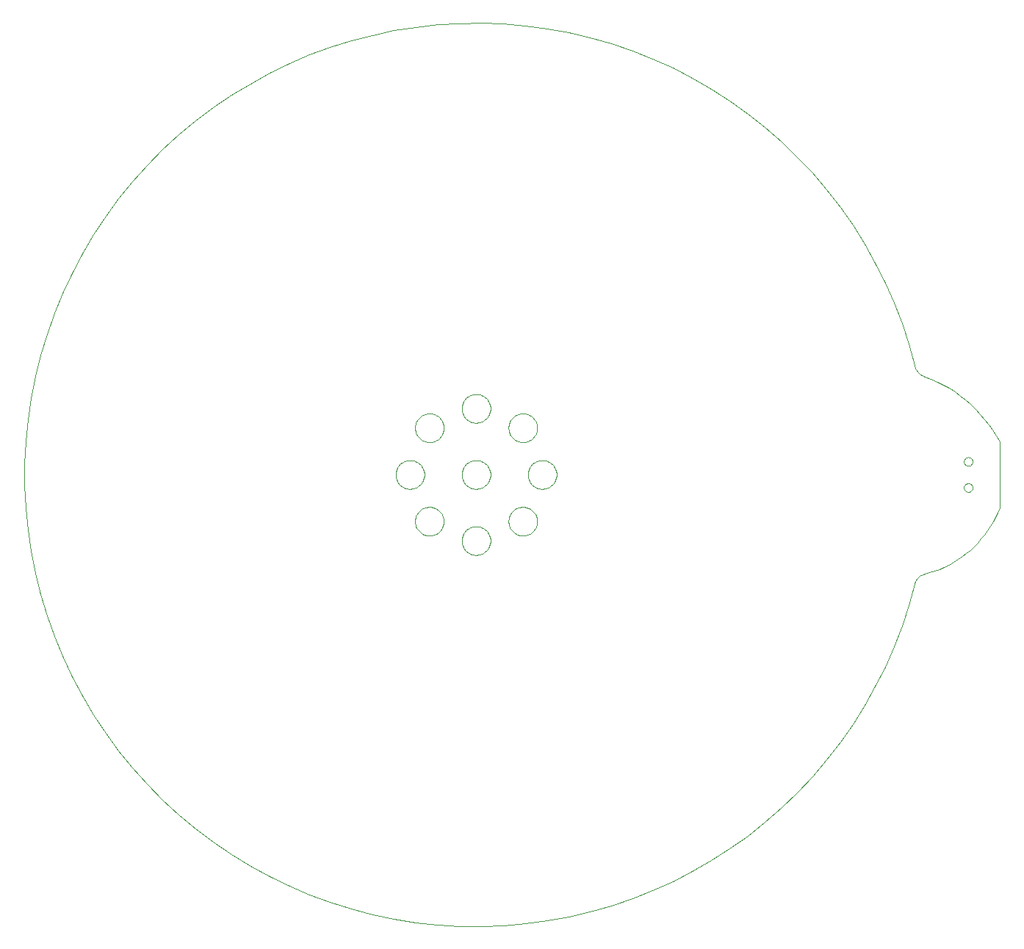
<source format=gbo>
G75*
G70*
%OFA0B0*%
%FSLAX24Y24*%
%IPPOS*%
%LPD*%
%AMOC8*
5,1,8,0,0,1.08239X$1,22.5*
%
%ADD10C,0.0010*%
%ADD11C,0.0000*%
D10*
X040496Y015646D02*
X040231Y014683D01*
X039920Y013735D01*
X039562Y012803D01*
X039160Y011890D01*
X038714Y010997D01*
X038225Y010127D01*
X037694Y009282D01*
X037122Y008463D01*
X036512Y007674D01*
X035864Y006915D01*
X035179Y006188D01*
X034460Y005496D01*
X033708Y004839D01*
X032925Y004220D01*
X032113Y003640D01*
X031274Y003100D01*
X030409Y002601D01*
X029521Y002146D01*
X028612Y001733D01*
X027684Y001366D01*
X026739Y001044D01*
X025780Y000769D01*
X024808Y000541D01*
X023827Y000360D01*
X022838Y000227D01*
X021843Y000142D01*
X020846Y000106D01*
X019847Y000119D01*
X018851Y000180D01*
X017859Y000290D01*
X016874Y000447D01*
X015897Y000653D01*
X014931Y000906D01*
X013979Y001205D01*
X013043Y001551D01*
X012124Y001941D01*
X011226Y002376D01*
X010350Y002854D01*
X009498Y003375D01*
X008672Y003936D01*
X007875Y004536D01*
X007108Y005175D01*
X006373Y005850D01*
X005672Y006560D01*
X005006Y007304D01*
X004377Y008079D01*
X003787Y008884D01*
X003236Y009716D01*
X002727Y010574D01*
X002260Y011457D01*
X001836Y012360D01*
X001457Y013284D01*
X001123Y014224D01*
X000836Y015180D01*
X000595Y016149D01*
X000402Y017128D01*
X000257Y018116D01*
X000160Y019109D01*
X000111Y020106D01*
X000111Y021104D01*
X000160Y022101D01*
X000257Y023094D01*
X000402Y024082D01*
X000595Y025061D01*
X000836Y026030D01*
X001123Y026986D01*
X001457Y027926D01*
X001836Y028850D01*
X002260Y029753D01*
X002727Y030636D01*
X003236Y031494D01*
X003787Y032326D01*
X004377Y033131D01*
X005006Y033906D01*
X005672Y034650D01*
X006373Y035360D01*
X007108Y036035D01*
X007875Y036674D01*
X008672Y037274D01*
X009498Y037835D01*
X010350Y038356D01*
X011226Y038834D01*
X012124Y039269D01*
X013043Y039659D01*
X013979Y040005D01*
X014931Y040304D01*
X015897Y040557D01*
X016874Y040763D01*
X017859Y040920D01*
X018851Y041030D01*
X019847Y041091D01*
X020846Y041104D01*
X021843Y041068D01*
X022838Y040983D01*
X023827Y040850D01*
X024808Y040669D01*
X025780Y040441D01*
X026739Y040166D01*
X027684Y039844D01*
X028612Y039477D01*
X029521Y039064D01*
X030409Y038609D01*
X031274Y038110D01*
X032113Y037570D01*
X032925Y036990D01*
X033708Y036371D01*
X034460Y035714D01*
X035179Y035022D01*
X035864Y034295D01*
X036512Y033536D01*
X037122Y032747D01*
X037694Y031928D01*
X038225Y031083D01*
X038714Y030213D01*
X039160Y029320D01*
X039562Y028407D01*
X039920Y027475D01*
X040231Y026527D01*
X040496Y025564D01*
X040510Y025515D01*
X040527Y025467D01*
X040548Y025421D01*
X040572Y025376D01*
X040599Y025333D01*
X040629Y025291D01*
X040662Y025252D01*
X040697Y025216D01*
X040735Y025182D01*
X040775Y025150D01*
X040817Y025122D01*
X040862Y025096D01*
X040907Y025074D01*
X040955Y025055D01*
X044355Y022105D02*
X044355Y019105D01*
X040955Y016105D02*
X040908Y016091D01*
X040862Y016074D01*
X040818Y016054D01*
X040776Y016030D01*
X040736Y016002D01*
X040697Y015972D01*
X040662Y015939D01*
X040629Y015903D01*
X040598Y015865D01*
X040571Y015825D01*
X040547Y015782D01*
X040527Y015738D01*
X040509Y015692D01*
X040496Y015646D01*
X044355Y022105D02*
X044204Y022372D01*
X044040Y022632D01*
X043864Y022883D01*
X043676Y023125D01*
X043476Y023358D01*
X043265Y023581D01*
X043043Y023793D01*
X042811Y023994D01*
X042570Y024183D01*
X042319Y024361D01*
X042061Y024526D01*
X041794Y024678D01*
X041521Y024818D01*
X041241Y024943D01*
X040955Y025055D01*
X044355Y019105D02*
X044265Y018887D01*
X044164Y018674D01*
X044053Y018467D01*
X043932Y018264D01*
X043802Y018068D01*
X043663Y017878D01*
X043515Y017695D01*
X043358Y017519D01*
X043193Y017351D01*
X043020Y017191D01*
X042840Y017039D01*
X042652Y016896D01*
X042459Y016763D01*
X042258Y016638D01*
X042053Y016524D01*
X041842Y016419D01*
X041626Y016325D01*
X041406Y016241D01*
X041182Y016167D01*
X040955Y016105D01*
D11*
X017834Y018484D02*
X017836Y018534D01*
X017842Y018584D01*
X017852Y018634D01*
X017865Y018682D01*
X017882Y018730D01*
X017903Y018776D01*
X017927Y018820D01*
X017955Y018862D01*
X017986Y018902D01*
X018020Y018939D01*
X018057Y018974D01*
X018096Y019005D01*
X018137Y019034D01*
X018181Y019059D01*
X018227Y019081D01*
X018274Y019099D01*
X018322Y019113D01*
X018371Y019124D01*
X018421Y019131D01*
X018471Y019134D01*
X018522Y019133D01*
X018572Y019128D01*
X018622Y019119D01*
X018670Y019107D01*
X018718Y019090D01*
X018764Y019070D01*
X018809Y019047D01*
X018852Y019020D01*
X018892Y018990D01*
X018930Y018957D01*
X018965Y018921D01*
X018998Y018882D01*
X019027Y018841D01*
X019053Y018798D01*
X019076Y018753D01*
X019095Y018706D01*
X019110Y018658D01*
X019122Y018609D01*
X019130Y018559D01*
X019134Y018509D01*
X019134Y018459D01*
X019130Y018409D01*
X019122Y018359D01*
X019110Y018310D01*
X019095Y018262D01*
X019076Y018215D01*
X019053Y018170D01*
X019027Y018127D01*
X018998Y018086D01*
X018965Y018047D01*
X018930Y018011D01*
X018892Y017978D01*
X018852Y017948D01*
X018809Y017921D01*
X018764Y017898D01*
X018718Y017878D01*
X018670Y017861D01*
X018622Y017849D01*
X018572Y017840D01*
X018522Y017835D01*
X018471Y017834D01*
X018421Y017837D01*
X018371Y017844D01*
X018322Y017855D01*
X018274Y017869D01*
X018227Y017887D01*
X018181Y017909D01*
X018137Y017934D01*
X018096Y017963D01*
X018057Y017994D01*
X018020Y018029D01*
X017986Y018066D01*
X017955Y018106D01*
X017927Y018148D01*
X017903Y018192D01*
X017882Y018238D01*
X017865Y018286D01*
X017852Y018334D01*
X017842Y018384D01*
X017836Y018434D01*
X017834Y018484D01*
X016955Y020605D02*
X016957Y020655D01*
X016963Y020705D01*
X016973Y020755D01*
X016986Y020803D01*
X017003Y020851D01*
X017024Y020897D01*
X017048Y020941D01*
X017076Y020983D01*
X017107Y021023D01*
X017141Y021060D01*
X017178Y021095D01*
X017217Y021126D01*
X017258Y021155D01*
X017302Y021180D01*
X017348Y021202D01*
X017395Y021220D01*
X017443Y021234D01*
X017492Y021245D01*
X017542Y021252D01*
X017592Y021255D01*
X017643Y021254D01*
X017693Y021249D01*
X017743Y021240D01*
X017791Y021228D01*
X017839Y021211D01*
X017885Y021191D01*
X017930Y021168D01*
X017973Y021141D01*
X018013Y021111D01*
X018051Y021078D01*
X018086Y021042D01*
X018119Y021003D01*
X018148Y020962D01*
X018174Y020919D01*
X018197Y020874D01*
X018216Y020827D01*
X018231Y020779D01*
X018243Y020730D01*
X018251Y020680D01*
X018255Y020630D01*
X018255Y020580D01*
X018251Y020530D01*
X018243Y020480D01*
X018231Y020431D01*
X018216Y020383D01*
X018197Y020336D01*
X018174Y020291D01*
X018148Y020248D01*
X018119Y020207D01*
X018086Y020168D01*
X018051Y020132D01*
X018013Y020099D01*
X017973Y020069D01*
X017930Y020042D01*
X017885Y020019D01*
X017839Y019999D01*
X017791Y019982D01*
X017743Y019970D01*
X017693Y019961D01*
X017643Y019956D01*
X017592Y019955D01*
X017542Y019958D01*
X017492Y019965D01*
X017443Y019976D01*
X017395Y019990D01*
X017348Y020008D01*
X017302Y020030D01*
X017258Y020055D01*
X017217Y020084D01*
X017178Y020115D01*
X017141Y020150D01*
X017107Y020187D01*
X017076Y020227D01*
X017048Y020269D01*
X017024Y020313D01*
X017003Y020359D01*
X016986Y020407D01*
X016973Y020455D01*
X016963Y020505D01*
X016957Y020555D01*
X016955Y020605D01*
X017834Y022726D02*
X017836Y022776D01*
X017842Y022826D01*
X017852Y022876D01*
X017865Y022924D01*
X017882Y022972D01*
X017903Y023018D01*
X017927Y023062D01*
X017955Y023104D01*
X017986Y023144D01*
X018020Y023181D01*
X018057Y023216D01*
X018096Y023247D01*
X018137Y023276D01*
X018181Y023301D01*
X018227Y023323D01*
X018274Y023341D01*
X018322Y023355D01*
X018371Y023366D01*
X018421Y023373D01*
X018471Y023376D01*
X018522Y023375D01*
X018572Y023370D01*
X018622Y023361D01*
X018670Y023349D01*
X018718Y023332D01*
X018764Y023312D01*
X018809Y023289D01*
X018852Y023262D01*
X018892Y023232D01*
X018930Y023199D01*
X018965Y023163D01*
X018998Y023124D01*
X019027Y023083D01*
X019053Y023040D01*
X019076Y022995D01*
X019095Y022948D01*
X019110Y022900D01*
X019122Y022851D01*
X019130Y022801D01*
X019134Y022751D01*
X019134Y022701D01*
X019130Y022651D01*
X019122Y022601D01*
X019110Y022552D01*
X019095Y022504D01*
X019076Y022457D01*
X019053Y022412D01*
X019027Y022369D01*
X018998Y022328D01*
X018965Y022289D01*
X018930Y022253D01*
X018892Y022220D01*
X018852Y022190D01*
X018809Y022163D01*
X018764Y022140D01*
X018718Y022120D01*
X018670Y022103D01*
X018622Y022091D01*
X018572Y022082D01*
X018522Y022077D01*
X018471Y022076D01*
X018421Y022079D01*
X018371Y022086D01*
X018322Y022097D01*
X018274Y022111D01*
X018227Y022129D01*
X018181Y022151D01*
X018137Y022176D01*
X018096Y022205D01*
X018057Y022236D01*
X018020Y022271D01*
X017986Y022308D01*
X017955Y022348D01*
X017927Y022390D01*
X017903Y022434D01*
X017882Y022480D01*
X017865Y022528D01*
X017852Y022576D01*
X017842Y022626D01*
X017836Y022676D01*
X017834Y022726D01*
X019955Y023605D02*
X019957Y023655D01*
X019963Y023705D01*
X019973Y023755D01*
X019986Y023803D01*
X020003Y023851D01*
X020024Y023897D01*
X020048Y023941D01*
X020076Y023983D01*
X020107Y024023D01*
X020141Y024060D01*
X020178Y024095D01*
X020217Y024126D01*
X020258Y024155D01*
X020302Y024180D01*
X020348Y024202D01*
X020395Y024220D01*
X020443Y024234D01*
X020492Y024245D01*
X020542Y024252D01*
X020592Y024255D01*
X020643Y024254D01*
X020693Y024249D01*
X020743Y024240D01*
X020791Y024228D01*
X020839Y024211D01*
X020885Y024191D01*
X020930Y024168D01*
X020973Y024141D01*
X021013Y024111D01*
X021051Y024078D01*
X021086Y024042D01*
X021119Y024003D01*
X021148Y023962D01*
X021174Y023919D01*
X021197Y023874D01*
X021216Y023827D01*
X021231Y023779D01*
X021243Y023730D01*
X021251Y023680D01*
X021255Y023630D01*
X021255Y023580D01*
X021251Y023530D01*
X021243Y023480D01*
X021231Y023431D01*
X021216Y023383D01*
X021197Y023336D01*
X021174Y023291D01*
X021148Y023248D01*
X021119Y023207D01*
X021086Y023168D01*
X021051Y023132D01*
X021013Y023099D01*
X020973Y023069D01*
X020930Y023042D01*
X020885Y023019D01*
X020839Y022999D01*
X020791Y022982D01*
X020743Y022970D01*
X020693Y022961D01*
X020643Y022956D01*
X020592Y022955D01*
X020542Y022958D01*
X020492Y022965D01*
X020443Y022976D01*
X020395Y022990D01*
X020348Y023008D01*
X020302Y023030D01*
X020258Y023055D01*
X020217Y023084D01*
X020178Y023115D01*
X020141Y023150D01*
X020107Y023187D01*
X020076Y023227D01*
X020048Y023269D01*
X020024Y023313D01*
X020003Y023359D01*
X019986Y023407D01*
X019973Y023455D01*
X019963Y023505D01*
X019957Y023555D01*
X019955Y023605D01*
X022076Y022726D02*
X022078Y022776D01*
X022084Y022826D01*
X022094Y022876D01*
X022107Y022924D01*
X022124Y022972D01*
X022145Y023018D01*
X022169Y023062D01*
X022197Y023104D01*
X022228Y023144D01*
X022262Y023181D01*
X022299Y023216D01*
X022338Y023247D01*
X022379Y023276D01*
X022423Y023301D01*
X022469Y023323D01*
X022516Y023341D01*
X022564Y023355D01*
X022613Y023366D01*
X022663Y023373D01*
X022713Y023376D01*
X022764Y023375D01*
X022814Y023370D01*
X022864Y023361D01*
X022912Y023349D01*
X022960Y023332D01*
X023006Y023312D01*
X023051Y023289D01*
X023094Y023262D01*
X023134Y023232D01*
X023172Y023199D01*
X023207Y023163D01*
X023240Y023124D01*
X023269Y023083D01*
X023295Y023040D01*
X023318Y022995D01*
X023337Y022948D01*
X023352Y022900D01*
X023364Y022851D01*
X023372Y022801D01*
X023376Y022751D01*
X023376Y022701D01*
X023372Y022651D01*
X023364Y022601D01*
X023352Y022552D01*
X023337Y022504D01*
X023318Y022457D01*
X023295Y022412D01*
X023269Y022369D01*
X023240Y022328D01*
X023207Y022289D01*
X023172Y022253D01*
X023134Y022220D01*
X023094Y022190D01*
X023051Y022163D01*
X023006Y022140D01*
X022960Y022120D01*
X022912Y022103D01*
X022864Y022091D01*
X022814Y022082D01*
X022764Y022077D01*
X022713Y022076D01*
X022663Y022079D01*
X022613Y022086D01*
X022564Y022097D01*
X022516Y022111D01*
X022469Y022129D01*
X022423Y022151D01*
X022379Y022176D01*
X022338Y022205D01*
X022299Y022236D01*
X022262Y022271D01*
X022228Y022308D01*
X022197Y022348D01*
X022169Y022390D01*
X022145Y022434D01*
X022124Y022480D01*
X022107Y022528D01*
X022094Y022576D01*
X022084Y022626D01*
X022078Y022676D01*
X022076Y022726D01*
X019955Y020605D02*
X019957Y020655D01*
X019963Y020705D01*
X019973Y020755D01*
X019986Y020803D01*
X020003Y020851D01*
X020024Y020897D01*
X020048Y020941D01*
X020076Y020983D01*
X020107Y021023D01*
X020141Y021060D01*
X020178Y021095D01*
X020217Y021126D01*
X020258Y021155D01*
X020302Y021180D01*
X020348Y021202D01*
X020395Y021220D01*
X020443Y021234D01*
X020492Y021245D01*
X020542Y021252D01*
X020592Y021255D01*
X020643Y021254D01*
X020693Y021249D01*
X020743Y021240D01*
X020791Y021228D01*
X020839Y021211D01*
X020885Y021191D01*
X020930Y021168D01*
X020973Y021141D01*
X021013Y021111D01*
X021051Y021078D01*
X021086Y021042D01*
X021119Y021003D01*
X021148Y020962D01*
X021174Y020919D01*
X021197Y020874D01*
X021216Y020827D01*
X021231Y020779D01*
X021243Y020730D01*
X021251Y020680D01*
X021255Y020630D01*
X021255Y020580D01*
X021251Y020530D01*
X021243Y020480D01*
X021231Y020431D01*
X021216Y020383D01*
X021197Y020336D01*
X021174Y020291D01*
X021148Y020248D01*
X021119Y020207D01*
X021086Y020168D01*
X021051Y020132D01*
X021013Y020099D01*
X020973Y020069D01*
X020930Y020042D01*
X020885Y020019D01*
X020839Y019999D01*
X020791Y019982D01*
X020743Y019970D01*
X020693Y019961D01*
X020643Y019956D01*
X020592Y019955D01*
X020542Y019958D01*
X020492Y019965D01*
X020443Y019976D01*
X020395Y019990D01*
X020348Y020008D01*
X020302Y020030D01*
X020258Y020055D01*
X020217Y020084D01*
X020178Y020115D01*
X020141Y020150D01*
X020107Y020187D01*
X020076Y020227D01*
X020048Y020269D01*
X020024Y020313D01*
X020003Y020359D01*
X019986Y020407D01*
X019973Y020455D01*
X019963Y020505D01*
X019957Y020555D01*
X019955Y020605D01*
X022076Y018484D02*
X022078Y018534D01*
X022084Y018584D01*
X022094Y018634D01*
X022107Y018682D01*
X022124Y018730D01*
X022145Y018776D01*
X022169Y018820D01*
X022197Y018862D01*
X022228Y018902D01*
X022262Y018939D01*
X022299Y018974D01*
X022338Y019005D01*
X022379Y019034D01*
X022423Y019059D01*
X022469Y019081D01*
X022516Y019099D01*
X022564Y019113D01*
X022613Y019124D01*
X022663Y019131D01*
X022713Y019134D01*
X022764Y019133D01*
X022814Y019128D01*
X022864Y019119D01*
X022912Y019107D01*
X022960Y019090D01*
X023006Y019070D01*
X023051Y019047D01*
X023094Y019020D01*
X023134Y018990D01*
X023172Y018957D01*
X023207Y018921D01*
X023240Y018882D01*
X023269Y018841D01*
X023295Y018798D01*
X023318Y018753D01*
X023337Y018706D01*
X023352Y018658D01*
X023364Y018609D01*
X023372Y018559D01*
X023376Y018509D01*
X023376Y018459D01*
X023372Y018409D01*
X023364Y018359D01*
X023352Y018310D01*
X023337Y018262D01*
X023318Y018215D01*
X023295Y018170D01*
X023269Y018127D01*
X023240Y018086D01*
X023207Y018047D01*
X023172Y018011D01*
X023134Y017978D01*
X023094Y017948D01*
X023051Y017921D01*
X023006Y017898D01*
X022960Y017878D01*
X022912Y017861D01*
X022864Y017849D01*
X022814Y017840D01*
X022764Y017835D01*
X022713Y017834D01*
X022663Y017837D01*
X022613Y017844D01*
X022564Y017855D01*
X022516Y017869D01*
X022469Y017887D01*
X022423Y017909D01*
X022379Y017934D01*
X022338Y017963D01*
X022299Y017994D01*
X022262Y018029D01*
X022228Y018066D01*
X022197Y018106D01*
X022169Y018148D01*
X022145Y018192D01*
X022124Y018238D01*
X022107Y018286D01*
X022094Y018334D01*
X022084Y018384D01*
X022078Y018434D01*
X022076Y018484D01*
X019955Y017605D02*
X019957Y017655D01*
X019963Y017705D01*
X019973Y017755D01*
X019986Y017803D01*
X020003Y017851D01*
X020024Y017897D01*
X020048Y017941D01*
X020076Y017983D01*
X020107Y018023D01*
X020141Y018060D01*
X020178Y018095D01*
X020217Y018126D01*
X020258Y018155D01*
X020302Y018180D01*
X020348Y018202D01*
X020395Y018220D01*
X020443Y018234D01*
X020492Y018245D01*
X020542Y018252D01*
X020592Y018255D01*
X020643Y018254D01*
X020693Y018249D01*
X020743Y018240D01*
X020791Y018228D01*
X020839Y018211D01*
X020885Y018191D01*
X020930Y018168D01*
X020973Y018141D01*
X021013Y018111D01*
X021051Y018078D01*
X021086Y018042D01*
X021119Y018003D01*
X021148Y017962D01*
X021174Y017919D01*
X021197Y017874D01*
X021216Y017827D01*
X021231Y017779D01*
X021243Y017730D01*
X021251Y017680D01*
X021255Y017630D01*
X021255Y017580D01*
X021251Y017530D01*
X021243Y017480D01*
X021231Y017431D01*
X021216Y017383D01*
X021197Y017336D01*
X021174Y017291D01*
X021148Y017248D01*
X021119Y017207D01*
X021086Y017168D01*
X021051Y017132D01*
X021013Y017099D01*
X020973Y017069D01*
X020930Y017042D01*
X020885Y017019D01*
X020839Y016999D01*
X020791Y016982D01*
X020743Y016970D01*
X020693Y016961D01*
X020643Y016956D01*
X020592Y016955D01*
X020542Y016958D01*
X020492Y016965D01*
X020443Y016976D01*
X020395Y016990D01*
X020348Y017008D01*
X020302Y017030D01*
X020258Y017055D01*
X020217Y017084D01*
X020178Y017115D01*
X020141Y017150D01*
X020107Y017187D01*
X020076Y017227D01*
X020048Y017269D01*
X020024Y017313D01*
X020003Y017359D01*
X019986Y017407D01*
X019973Y017455D01*
X019963Y017505D01*
X019957Y017555D01*
X019955Y017605D01*
X022955Y020605D02*
X022957Y020655D01*
X022963Y020705D01*
X022973Y020755D01*
X022986Y020803D01*
X023003Y020851D01*
X023024Y020897D01*
X023048Y020941D01*
X023076Y020983D01*
X023107Y021023D01*
X023141Y021060D01*
X023178Y021095D01*
X023217Y021126D01*
X023258Y021155D01*
X023302Y021180D01*
X023348Y021202D01*
X023395Y021220D01*
X023443Y021234D01*
X023492Y021245D01*
X023542Y021252D01*
X023592Y021255D01*
X023643Y021254D01*
X023693Y021249D01*
X023743Y021240D01*
X023791Y021228D01*
X023839Y021211D01*
X023885Y021191D01*
X023930Y021168D01*
X023973Y021141D01*
X024013Y021111D01*
X024051Y021078D01*
X024086Y021042D01*
X024119Y021003D01*
X024148Y020962D01*
X024174Y020919D01*
X024197Y020874D01*
X024216Y020827D01*
X024231Y020779D01*
X024243Y020730D01*
X024251Y020680D01*
X024255Y020630D01*
X024255Y020580D01*
X024251Y020530D01*
X024243Y020480D01*
X024231Y020431D01*
X024216Y020383D01*
X024197Y020336D01*
X024174Y020291D01*
X024148Y020248D01*
X024119Y020207D01*
X024086Y020168D01*
X024051Y020132D01*
X024013Y020099D01*
X023973Y020069D01*
X023930Y020042D01*
X023885Y020019D01*
X023839Y019999D01*
X023791Y019982D01*
X023743Y019970D01*
X023693Y019961D01*
X023643Y019956D01*
X023592Y019955D01*
X023542Y019958D01*
X023492Y019965D01*
X023443Y019976D01*
X023395Y019990D01*
X023348Y020008D01*
X023302Y020030D01*
X023258Y020055D01*
X023217Y020084D01*
X023178Y020115D01*
X023141Y020150D01*
X023107Y020187D01*
X023076Y020227D01*
X023048Y020269D01*
X023024Y020313D01*
X023003Y020359D01*
X022986Y020407D01*
X022973Y020455D01*
X022963Y020505D01*
X022957Y020555D01*
X022955Y020605D01*
X042741Y020014D02*
X042743Y020041D01*
X042749Y020068D01*
X042758Y020094D01*
X042771Y020118D01*
X042787Y020141D01*
X042806Y020160D01*
X042828Y020177D01*
X042852Y020191D01*
X042877Y020201D01*
X042904Y020208D01*
X042931Y020211D01*
X042959Y020210D01*
X042986Y020205D01*
X043012Y020197D01*
X043036Y020185D01*
X043059Y020169D01*
X043080Y020151D01*
X043097Y020130D01*
X043112Y020106D01*
X043123Y020081D01*
X043131Y020055D01*
X043135Y020028D01*
X043135Y020000D01*
X043131Y019973D01*
X043123Y019947D01*
X043112Y019922D01*
X043097Y019898D01*
X043080Y019877D01*
X043059Y019859D01*
X043037Y019843D01*
X043012Y019831D01*
X042986Y019823D01*
X042959Y019818D01*
X042931Y019817D01*
X042904Y019820D01*
X042877Y019827D01*
X042852Y019837D01*
X042828Y019851D01*
X042806Y019868D01*
X042787Y019887D01*
X042771Y019910D01*
X042758Y019934D01*
X042749Y019960D01*
X042743Y019987D01*
X042741Y020014D01*
X042741Y021196D02*
X042743Y021223D01*
X042749Y021250D01*
X042758Y021276D01*
X042771Y021300D01*
X042787Y021323D01*
X042806Y021342D01*
X042828Y021359D01*
X042852Y021373D01*
X042877Y021383D01*
X042904Y021390D01*
X042931Y021393D01*
X042959Y021392D01*
X042986Y021387D01*
X043012Y021379D01*
X043036Y021367D01*
X043059Y021351D01*
X043080Y021333D01*
X043097Y021312D01*
X043112Y021288D01*
X043123Y021263D01*
X043131Y021237D01*
X043135Y021210D01*
X043135Y021182D01*
X043131Y021155D01*
X043123Y021129D01*
X043112Y021104D01*
X043097Y021080D01*
X043080Y021059D01*
X043059Y021041D01*
X043037Y021025D01*
X043012Y021013D01*
X042986Y021005D01*
X042959Y021000D01*
X042931Y020999D01*
X042904Y021002D01*
X042877Y021009D01*
X042852Y021019D01*
X042828Y021033D01*
X042806Y021050D01*
X042787Y021069D01*
X042771Y021092D01*
X042758Y021116D01*
X042749Y021142D01*
X042743Y021169D01*
X042741Y021196D01*
M02*

</source>
